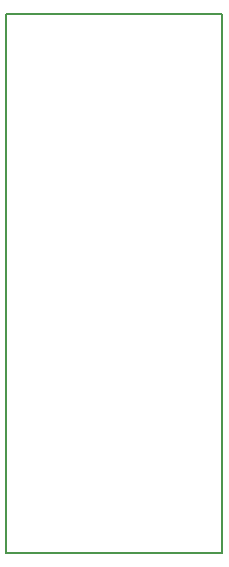
<source format=gko>
G04 #@! TF.FileFunction,Profile,NP*
%FSLAX46Y46*%
G04 Gerber Fmt 4.6, Leading zero omitted, Abs format (unit mm)*
G04 Created by KiCad (PCBNEW 4.0.3+e1-6302~38~ubuntu16.04.1-stable) date Sat Aug 13 16:27:37 2016*
%MOMM*%
%LPD*%
G01*
G04 APERTURE LIST*
%ADD10C,0.100000*%
%ADD11C,0.150000*%
G04 APERTURE END LIST*
D10*
D11*
X125000000Y-145600000D02*
X125000000Y-100000000D01*
X143300000Y-145600000D02*
X125000000Y-145600000D01*
X143300000Y-100000000D02*
X143300000Y-145600000D01*
X125000000Y-100000000D02*
X143300000Y-100000000D01*
M02*

</source>
